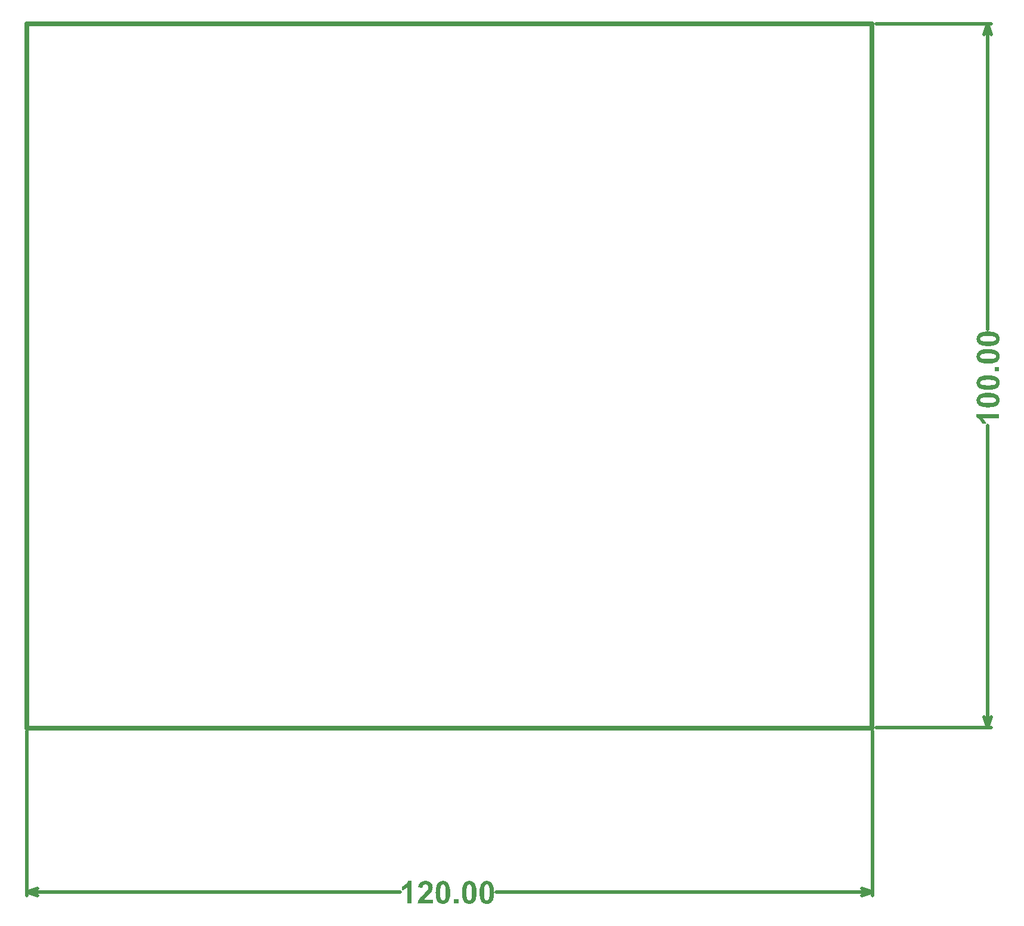
<source format=gm1>
G04*
G04 #@! TF.GenerationSoftware,Altium Limited,Altium Designer,18.1.7 (191)*
G04*
G04 Layer_Color=16711935*
%FSLAX24Y24*%
%MOIN*%
G70*
G01*
G75*
%ADD25C,0.0250*%
%ADD167C,0.0197*%
G36*
X53774Y22165D02*
X53803Y22163D01*
X53838Y22160D01*
X53874Y22156D01*
X53915Y22152D01*
X53956Y22145D01*
X54000Y22136D01*
X54042Y22127D01*
X54084Y22114D01*
X54126Y22101D01*
X54164Y22083D01*
X54201Y22065D01*
X54232Y22043D01*
X54233Y22041D01*
X54237Y22038D01*
X54244Y22032D01*
X54252Y22025D01*
X54261Y22014D01*
X54272Y22001D01*
X54284Y21985D01*
X54295Y21968D01*
X54308Y21948D01*
X54321Y21928D01*
X54332Y21905D01*
X54341Y21879D01*
X54348Y21852D01*
X54355Y21821D01*
X54359Y21790D01*
X54361Y21757D01*
Y21750D01*
X54359Y21739D01*
Y21726D01*
X54357Y21711D01*
X54354Y21693D01*
X54350Y21673D01*
X54343Y21651D01*
X54335Y21628D01*
X54326Y21604D01*
X54315Y21578D01*
X54301Y21555D01*
X54286Y21529D01*
X54266Y21506D01*
X54246Y21482D01*
X54221Y21460D01*
X54219Y21458D01*
X54213Y21455D01*
X54204Y21449D01*
X54193Y21444D01*
X54177Y21434D01*
X54157Y21425D01*
X54131Y21414D01*
X54104Y21405D01*
X54071Y21394D01*
X54035Y21383D01*
X53993Y21374D01*
X53947Y21367D01*
X53896Y21360D01*
X53840Y21354D01*
X53780Y21351D01*
X53714Y21349D01*
X53712D01*
X53710D01*
X53705D01*
X53698D01*
X53679D01*
X53656Y21351D01*
X53627Y21353D01*
X53592Y21356D01*
X53556Y21360D01*
X53516Y21363D01*
X53474Y21371D01*
X53432Y21378D01*
X53388Y21389D01*
X53346Y21400D01*
X53306Y21414D01*
X53268Y21431D01*
X53231Y21449D01*
X53200Y21471D01*
X53198Y21473D01*
X53195Y21476D01*
X53188Y21482D01*
X53180Y21491D01*
X53169Y21500D01*
X53158Y21513D01*
X53147Y21529D01*
X53135Y21546D01*
X53122Y21566D01*
X53111Y21586D01*
X53100Y21609D01*
X53089Y21635D01*
X53082Y21662D01*
X53075Y21693D01*
X53071Y21724D01*
X53069Y21757D01*
Y21775D01*
X53071Y21788D01*
X53073Y21803D01*
X53076Y21821D01*
X53080Y21839D01*
X53086Y21861D01*
X53093Y21885D01*
X53102Y21906D01*
X53111Y21930D01*
X53124Y21954D01*
X53140Y21977D01*
X53157Y22001D01*
X53177Y22023D01*
X53200Y22043D01*
X53202Y22045D01*
X53208Y22049D01*
X53217Y22054D01*
X53229Y22063D01*
X53248Y22072D01*
X53270Y22083D01*
X53293Y22094D01*
X53324Y22105D01*
X53357Y22116D01*
X53395Y22129D01*
X53437Y22138D01*
X53485Y22147D01*
X53536Y22156D01*
X53590Y22161D01*
X53650Y22165D01*
X53716Y22167D01*
X53718D01*
X53720D01*
X53725D01*
X53732D01*
X53751D01*
X53774Y22165D01*
D02*
G37*
G36*
Y21185D02*
X53803Y21183D01*
X53838Y21179D01*
X53874Y21176D01*
X53915Y21172D01*
X53956Y21165D01*
X54000Y21156D01*
X54042Y21147D01*
X54084Y21134D01*
X54126Y21121D01*
X54164Y21103D01*
X54201Y21085D01*
X54232Y21063D01*
X54233Y21061D01*
X54237Y21057D01*
X54244Y21052D01*
X54252Y21045D01*
X54261Y21034D01*
X54272Y21021D01*
X54284Y21005D01*
X54295Y20988D01*
X54308Y20968D01*
X54321Y20948D01*
X54332Y20924D01*
X54341Y20899D01*
X54348Y20872D01*
X54355Y20841D01*
X54359Y20810D01*
X54361Y20777D01*
Y20769D01*
X54359Y20759D01*
Y20746D01*
X54357Y20731D01*
X54354Y20713D01*
X54350Y20693D01*
X54343Y20671D01*
X54335Y20647D01*
X54326Y20624D01*
X54315Y20598D01*
X54301Y20575D01*
X54286Y20549D01*
X54266Y20525D01*
X54246Y20502D01*
X54221Y20480D01*
X54219Y20478D01*
X54213Y20474D01*
X54204Y20469D01*
X54193Y20463D01*
X54177Y20454D01*
X54157Y20445D01*
X54131Y20434D01*
X54104Y20425D01*
X54071Y20414D01*
X54035Y20403D01*
X53993Y20394D01*
X53947Y20387D01*
X53896Y20380D01*
X53840Y20374D01*
X53780Y20370D01*
X53714Y20369D01*
X53712D01*
X53710D01*
X53705D01*
X53698D01*
X53679D01*
X53656Y20370D01*
X53627Y20372D01*
X53592Y20376D01*
X53556Y20380D01*
X53516Y20383D01*
X53474Y20390D01*
X53432Y20398D01*
X53388Y20409D01*
X53346Y20420D01*
X53306Y20434D01*
X53268Y20451D01*
X53231Y20469D01*
X53200Y20491D01*
X53198Y20493D01*
X53195Y20496D01*
X53188Y20502D01*
X53180Y20511D01*
X53169Y20520D01*
X53158Y20533D01*
X53147Y20549D01*
X53135Y20565D01*
X53122Y20585D01*
X53111Y20605D01*
X53100Y20629D01*
X53089Y20655D01*
X53082Y20682D01*
X53075Y20713D01*
X53071Y20744D01*
X53069Y20777D01*
Y20795D01*
X53071Y20808D01*
X53073Y20822D01*
X53076Y20841D01*
X53080Y20859D01*
X53086Y20881D01*
X53093Y20904D01*
X53102Y20926D01*
X53111Y20950D01*
X53124Y20974D01*
X53140Y20997D01*
X53157Y21021D01*
X53177Y21043D01*
X53200Y21063D01*
X53202Y21065D01*
X53208Y21068D01*
X53217Y21074D01*
X53229Y21083D01*
X53248Y21092D01*
X53270Y21103D01*
X53293Y21114D01*
X53324Y21125D01*
X53357Y21136D01*
X53395Y21148D01*
X53437Y21158D01*
X53485Y21167D01*
X53536Y21176D01*
X53590Y21181D01*
X53650Y21185D01*
X53716Y21187D01*
X53718D01*
X53720D01*
X53725D01*
X53732D01*
X53751D01*
X53774Y21185D01*
D02*
G37*
G36*
X54337Y19930D02*
X54095D01*
Y20172D01*
X54337D01*
Y19930D01*
D02*
G37*
G36*
X53774Y19715D02*
X53803Y19713D01*
X53838Y19709D01*
X53874Y19705D01*
X53915Y19702D01*
X53956Y19694D01*
X54000Y19685D01*
X54042Y19676D01*
X54084Y19664D01*
X54126Y19651D01*
X54164Y19633D01*
X54201Y19614D01*
X54232Y19592D01*
X54233Y19591D01*
X54237Y19587D01*
X54244Y19582D01*
X54252Y19574D01*
X54261Y19563D01*
X54272Y19551D01*
X54284Y19534D01*
X54295Y19518D01*
X54308Y19498D01*
X54321Y19478D01*
X54332Y19454D01*
X54341Y19428D01*
X54348Y19401D01*
X54355Y19370D01*
X54359Y19339D01*
X54361Y19306D01*
Y19299D01*
X54359Y19288D01*
Y19275D01*
X54357Y19261D01*
X54354Y19243D01*
X54350Y19223D01*
X54343Y19201D01*
X54335Y19177D01*
X54326Y19153D01*
X54315Y19128D01*
X54301Y19104D01*
X54286Y19079D01*
X54266Y19055D01*
X54246Y19031D01*
X54221Y19009D01*
X54219Y19008D01*
X54213Y19004D01*
X54204Y18998D01*
X54193Y18993D01*
X54177Y18984D01*
X54157Y18975D01*
X54131Y18964D01*
X54104Y18955D01*
X54071Y18944D01*
X54035Y18933D01*
X53993Y18924D01*
X53947Y18916D01*
X53896Y18909D01*
X53840Y18904D01*
X53780Y18900D01*
X53714Y18898D01*
X53712D01*
X53710D01*
X53705D01*
X53698D01*
X53679D01*
X53656Y18900D01*
X53627Y18902D01*
X53592Y18906D01*
X53556Y18909D01*
X53516Y18913D01*
X53474Y18920D01*
X53432Y18927D01*
X53388Y18938D01*
X53346Y18949D01*
X53306Y18964D01*
X53268Y18980D01*
X53231Y18998D01*
X53200Y19020D01*
X53198Y19022D01*
X53195Y19026D01*
X53188Y19031D01*
X53180Y19040D01*
X53169Y19050D01*
X53158Y19062D01*
X53147Y19079D01*
X53135Y19095D01*
X53122Y19115D01*
X53111Y19135D01*
X53100Y19159D01*
X53089Y19184D01*
X53082Y19212D01*
X53075Y19243D01*
X53071Y19274D01*
X53069Y19306D01*
Y19325D01*
X53071Y19337D01*
X53073Y19352D01*
X53076Y19370D01*
X53080Y19388D01*
X53086Y19410D01*
X53093Y19434D01*
X53102Y19456D01*
X53111Y19479D01*
X53124Y19503D01*
X53140Y19527D01*
X53157Y19551D01*
X53177Y19572D01*
X53200Y19592D01*
X53202Y19594D01*
X53208Y19598D01*
X53217Y19603D01*
X53229Y19612D01*
X53248Y19622D01*
X53270Y19633D01*
X53293Y19643D01*
X53324Y19654D01*
X53357Y19665D01*
X53395Y19678D01*
X53437Y19687D01*
X53485Y19696D01*
X53536Y19705D01*
X53590Y19711D01*
X53650Y19715D01*
X53716Y19716D01*
X53718D01*
X53720D01*
X53725D01*
X53732D01*
X53751D01*
X53774Y19715D01*
D02*
G37*
G36*
Y18734D02*
X53803Y18732D01*
X53838Y18729D01*
X53874Y18725D01*
X53915Y18722D01*
X53956Y18714D01*
X54000Y18705D01*
X54042Y18696D01*
X54084Y18683D01*
X54126Y18671D01*
X54164Y18652D01*
X54201Y18634D01*
X54232Y18612D01*
X54233Y18610D01*
X54237Y18607D01*
X54244Y18601D01*
X54252Y18594D01*
X54261Y18583D01*
X54272Y18570D01*
X54284Y18554D01*
X54295Y18538D01*
X54308Y18517D01*
X54321Y18497D01*
X54332Y18474D01*
X54341Y18448D01*
X54348Y18421D01*
X54355Y18390D01*
X54359Y18359D01*
X54361Y18326D01*
Y18319D01*
X54359Y18308D01*
Y18295D01*
X54357Y18281D01*
X54354Y18262D01*
X54350Y18242D01*
X54343Y18220D01*
X54335Y18197D01*
X54326Y18173D01*
X54315Y18148D01*
X54301Y18124D01*
X54286Y18098D01*
X54266Y18075D01*
X54246Y18051D01*
X54221Y18029D01*
X54219Y18027D01*
X54213Y18024D01*
X54204Y18018D01*
X54193Y18013D01*
X54177Y18004D01*
X54157Y17995D01*
X54131Y17984D01*
X54104Y17975D01*
X54071Y17964D01*
X54035Y17953D01*
X53993Y17944D01*
X53947Y17936D01*
X53896Y17929D01*
X53840Y17924D01*
X53780Y17920D01*
X53714Y17918D01*
X53712D01*
X53710D01*
X53705D01*
X53698D01*
X53679D01*
X53656Y17920D01*
X53627Y17922D01*
X53592Y17925D01*
X53556Y17929D01*
X53516Y17933D01*
X53474Y17940D01*
X53432Y17947D01*
X53388Y17958D01*
X53346Y17969D01*
X53306Y17984D01*
X53268Y18000D01*
X53231Y18018D01*
X53200Y18040D01*
X53198Y18042D01*
X53195Y18046D01*
X53188Y18051D01*
X53180Y18060D01*
X53169Y18069D01*
X53158Y18082D01*
X53147Y18098D01*
X53135Y18115D01*
X53122Y18135D01*
X53111Y18155D01*
X53100Y18179D01*
X53089Y18204D01*
X53082Y18231D01*
X53075Y18262D01*
X53071Y18293D01*
X53069Y18326D01*
Y18344D01*
X53071Y18357D01*
X53073Y18372D01*
X53076Y18390D01*
X53080Y18408D01*
X53086Y18430D01*
X53093Y18454D01*
X53102Y18476D01*
X53111Y18499D01*
X53124Y18523D01*
X53140Y18547D01*
X53157Y18570D01*
X53177Y18592D01*
X53200Y18612D01*
X53202Y18614D01*
X53208Y18618D01*
X53217Y18623D01*
X53229Y18632D01*
X53248Y18641D01*
X53270Y18652D01*
X53293Y18663D01*
X53324Y18674D01*
X53357Y18685D01*
X53395Y18698D01*
X53437Y18707D01*
X53485Y18716D01*
X53536Y18725D01*
X53590Y18731D01*
X53650Y18734D01*
X53716Y18736D01*
X53718D01*
X53720D01*
X53725D01*
X53732D01*
X53751D01*
X53774Y18734D01*
D02*
G37*
G36*
X54337Y17313D02*
X53424D01*
X53426Y17311D01*
X53430Y17308D01*
X53435Y17300D01*
X53444Y17289D01*
X53455Y17277D01*
X53466Y17262D01*
X53479Y17244D01*
X53494Y17224D01*
X53508Y17202D01*
X53523Y17178D01*
X53539Y17153D01*
X53554Y17125D01*
X53581Y17067D01*
X53607Y17002D01*
X53388D01*
Y17003D01*
X53386Y17005D01*
X53384Y17011D01*
X53383Y17018D01*
X53373Y17036D01*
X53362Y17062D01*
X53348Y17093D01*
X53328Y17127D01*
X53302Y17166D01*
X53273Y17206D01*
X53271Y17207D01*
X53270Y17211D01*
X53264Y17217D01*
X53257Y17224D01*
X53239Y17244D01*
X53215Y17266D01*
X53186Y17291D01*
X53149Y17317D01*
X53111Y17340D01*
X53069Y17359D01*
Y17555D01*
X54337D01*
Y17313D01*
D02*
G37*
G36*
X24110Y-9835D02*
X23868D01*
Y-9593D01*
X24110D01*
Y-9835D01*
D02*
G37*
G36*
X22303Y-8569D02*
X22319Y-8570D01*
X22338Y-8572D01*
X22358Y-8576D01*
X22380Y-8580D01*
X22427Y-8592D01*
X22474Y-8610D01*
X22500Y-8621D01*
X22522Y-8634D01*
X22545Y-8651D01*
X22565Y-8669D01*
X22567Y-8671D01*
X22571Y-8672D01*
X22574Y-8680D01*
X22582Y-8687D01*
X22591Y-8696D01*
X22600Y-8709D01*
X22609Y-8722D01*
X22620Y-8738D01*
X22638Y-8774D01*
X22656Y-8816D01*
X22664Y-8840D01*
X22667Y-8866D01*
X22671Y-8893D01*
X22673Y-8920D01*
Y-8924D01*
Y-8935D01*
X22671Y-8951D01*
X22669Y-8971D01*
X22666Y-8997D01*
X22660Y-9024D01*
X22653Y-9053D01*
X22642Y-9082D01*
X22640Y-9086D01*
X22636Y-9095D01*
X22629Y-9112D01*
X22618Y-9132D01*
X22605Y-9155D01*
X22589Y-9183D01*
X22569Y-9212D01*
X22545Y-9243D01*
X22544Y-9245D01*
X22536Y-9254D01*
X22525Y-9266D01*
X22509Y-9285D01*
X22487Y-9306D01*
X22460Y-9336D01*
X22427Y-9367D01*
X22387Y-9405D01*
X22385Y-9407D01*
X22381Y-9409D01*
X22376Y-9414D01*
X22369Y-9421D01*
X22349Y-9439D01*
X22325Y-9461D01*
X22301Y-9485D01*
X22278Y-9509D01*
X22256Y-9529D01*
X22248Y-9538D01*
X22241Y-9545D01*
X22239Y-9547D01*
X22236Y-9551D01*
X22230Y-9558D01*
X22223Y-9567D01*
X22206Y-9587D01*
X22192Y-9611D01*
X22673D01*
Y-9835D01*
X21826D01*
Y-9833D01*
Y-9829D01*
X21827Y-9822D01*
X21829Y-9813D01*
X21831Y-9802D01*
X21833Y-9789D01*
X21840Y-9757D01*
X21851Y-9720D01*
X21866Y-9680D01*
X21884Y-9636D01*
X21908Y-9594D01*
Y-9593D01*
X21911Y-9589D01*
X21915Y-9582D01*
X21922Y-9574D01*
X21930Y-9562D01*
X21940Y-9549D01*
X21953Y-9532D01*
X21968Y-9514D01*
X21984Y-9492D01*
X22004Y-9470D01*
X22026Y-9445D01*
X22052Y-9418D01*
X22079Y-9390D01*
X22110Y-9359D01*
X22143Y-9327D01*
X22179Y-9292D01*
X22181Y-9290D01*
X22186Y-9285D01*
X22194Y-9277D01*
X22205Y-9266D01*
X22219Y-9255D01*
X22234Y-9241D01*
X22267Y-9208D01*
X22299Y-9173D01*
X22332Y-9139D01*
X22347Y-9124D01*
X22361Y-9108D01*
X22372Y-9095D01*
X22380Y-9084D01*
X22381Y-9081D01*
X22387Y-9071D01*
X22396Y-9057D01*
X22405Y-9037D01*
X22414Y-9015D01*
X22423Y-8989D01*
X22429Y-8964D01*
X22431Y-8937D01*
Y-8935D01*
Y-8933D01*
Y-8924D01*
X22429Y-8907D01*
X22425Y-8889D01*
X22420Y-8869D01*
X22412Y-8849D01*
X22401Y-8829D01*
X22387Y-8811D01*
X22385Y-8809D01*
X22380Y-8804D01*
X22369Y-8796D01*
X22356Y-8789D01*
X22338Y-8782D01*
X22318Y-8774D01*
X22294Y-8769D01*
X22267Y-8767D01*
X22254D01*
X22239Y-8769D01*
X22223Y-8773D01*
X22203Y-8778D01*
X22183Y-8787D01*
X22163Y-8798D01*
X22144Y-8813D01*
X22143Y-8815D01*
X22137Y-8822D01*
X22130Y-8833D01*
X22123Y-8849D01*
X22114Y-8869D01*
X22106Y-8897D01*
X22099Y-8928D01*
X22095Y-8964D01*
X21855Y-8940D01*
Y-8938D01*
X21857Y-8931D01*
Y-8922D01*
X21860Y-8907D01*
X21862Y-8891D01*
X21868Y-8873D01*
X21873Y-8853D01*
X21878Y-8829D01*
X21897Y-8784D01*
X21919Y-8736D01*
X21933Y-8713D01*
X21950Y-8691D01*
X21968Y-8672D01*
X21988Y-8654D01*
X21990Y-8652D01*
X21993Y-8651D01*
X21999Y-8647D01*
X22008Y-8640D01*
X22019Y-8634D01*
X22033Y-8627D01*
X22048Y-8618D01*
X22066Y-8610D01*
X22086Y-8601D01*
X22108Y-8594D01*
X22155Y-8580D01*
X22212Y-8570D01*
X22241Y-8569D01*
X22272Y-8567D01*
X22290D01*
X22303Y-8569D01*
D02*
G37*
G36*
X21494Y-9835D02*
X21252D01*
Y-8922D01*
X21250Y-8924D01*
X21246Y-8928D01*
X21239Y-8933D01*
X21228Y-8942D01*
X21215Y-8953D01*
X21201Y-8964D01*
X21182Y-8977D01*
X21162Y-8991D01*
X21141Y-9006D01*
X21117Y-9020D01*
X21091Y-9037D01*
X21064Y-9051D01*
X21006Y-9079D01*
X20940Y-9104D01*
Y-8886D01*
X20942D01*
X20944Y-8884D01*
X20949Y-8882D01*
X20957Y-8880D01*
X20975Y-8871D01*
X21000Y-8860D01*
X21031Y-8846D01*
X21066Y-8825D01*
X21104Y-8800D01*
X21144Y-8771D01*
X21146Y-8769D01*
X21150Y-8767D01*
X21155Y-8762D01*
X21162Y-8754D01*
X21182Y-8736D01*
X21204Y-8713D01*
X21230Y-8683D01*
X21255Y-8647D01*
X21279Y-8609D01*
X21297Y-8567D01*
X21494D01*
Y-9835D01*
D02*
G37*
G36*
X25727Y-8569D02*
X25741Y-8570D01*
X25759Y-8574D01*
X25778Y-8578D01*
X25799Y-8583D01*
X25823Y-8590D01*
X25845Y-8600D01*
X25869Y-8609D01*
X25892Y-8621D01*
X25916Y-8638D01*
X25940Y-8654D01*
X25962Y-8674D01*
X25982Y-8698D01*
X25983Y-8700D01*
X25987Y-8705D01*
X25993Y-8714D01*
X26002Y-8727D01*
X26011Y-8745D01*
X26022Y-8767D01*
X26033Y-8791D01*
X26044Y-8822D01*
X26054Y-8855D01*
X26067Y-8893D01*
X26076Y-8935D01*
X26085Y-8982D01*
X26095Y-9033D01*
X26100Y-9088D01*
X26104Y-9148D01*
X26106Y-9214D01*
Y-9215D01*
Y-9217D01*
Y-9223D01*
Y-9230D01*
Y-9248D01*
X26104Y-9272D01*
X26102Y-9301D01*
X26098Y-9336D01*
X26095Y-9372D01*
X26091Y-9412D01*
X26084Y-9454D01*
X26075Y-9498D01*
X26065Y-9540D01*
X26053Y-9582D01*
X26040Y-9624D01*
X26022Y-9662D01*
X26003Y-9698D01*
X25982Y-9729D01*
X25980Y-9731D01*
X25976Y-9735D01*
X25971Y-9742D01*
X25963Y-9749D01*
X25952Y-9758D01*
X25940Y-9769D01*
X25923Y-9782D01*
X25907Y-9793D01*
X25887Y-9806D01*
X25867Y-9818D01*
X25843Y-9829D01*
X25818Y-9839D01*
X25790Y-9846D01*
X25759Y-9853D01*
X25728Y-9857D01*
X25696Y-9859D01*
X25688D01*
X25677Y-9857D01*
X25665D01*
X25650Y-9855D01*
X25632Y-9851D01*
X25612Y-9848D01*
X25590Y-9840D01*
X25566Y-9833D01*
X25543Y-9824D01*
X25517Y-9813D01*
X25493Y-9798D01*
X25468Y-9784D01*
X25444Y-9764D01*
X25420Y-9744D01*
X25399Y-9718D01*
X25397Y-9716D01*
X25393Y-9711D01*
X25388Y-9702D01*
X25382Y-9691D01*
X25373Y-9675D01*
X25364Y-9654D01*
X25353Y-9629D01*
X25344Y-9602D01*
X25333Y-9569D01*
X25322Y-9532D01*
X25313Y-9491D01*
X25306Y-9445D01*
X25298Y-9394D01*
X25293Y-9337D01*
X25289Y-9277D01*
X25287Y-9212D01*
Y-9210D01*
Y-9208D01*
Y-9203D01*
Y-9195D01*
Y-9177D01*
X25289Y-9153D01*
X25291Y-9124D01*
X25295Y-9090D01*
X25298Y-9053D01*
X25302Y-9013D01*
X25309Y-8971D01*
X25317Y-8929D01*
X25328Y-8886D01*
X25338Y-8844D01*
X25353Y-8804D01*
X25369Y-8765D01*
X25388Y-8729D01*
X25410Y-8698D01*
X25411Y-8696D01*
X25415Y-8692D01*
X25420Y-8685D01*
X25430Y-8678D01*
X25439Y-8667D01*
X25451Y-8656D01*
X25468Y-8645D01*
X25484Y-8632D01*
X25504Y-8620D01*
X25524Y-8609D01*
X25548Y-8598D01*
X25573Y-8587D01*
X25601Y-8580D01*
X25632Y-8572D01*
X25663Y-8569D01*
X25696Y-8567D01*
X25714D01*
X25727Y-8569D01*
D02*
G37*
G36*
X24746D02*
X24761Y-8570D01*
X24779Y-8574D01*
X24797Y-8578D01*
X24819Y-8583D01*
X24843Y-8590D01*
X24865Y-8600D01*
X24888Y-8609D01*
X24912Y-8621D01*
X24936Y-8638D01*
X24959Y-8654D01*
X24981Y-8674D01*
X25001Y-8698D01*
X25003Y-8700D01*
X25007Y-8705D01*
X25012Y-8714D01*
X25021Y-8727D01*
X25031Y-8745D01*
X25041Y-8767D01*
X25052Y-8791D01*
X25063Y-8822D01*
X25074Y-8855D01*
X25087Y-8893D01*
X25096Y-8935D01*
X25105Y-8982D01*
X25114Y-9033D01*
X25120Y-9088D01*
X25123Y-9148D01*
X25125Y-9214D01*
Y-9215D01*
Y-9217D01*
Y-9223D01*
Y-9230D01*
Y-9248D01*
X25123Y-9272D01*
X25122Y-9301D01*
X25118Y-9336D01*
X25114Y-9372D01*
X25111Y-9412D01*
X25103Y-9454D01*
X25094Y-9498D01*
X25085Y-9540D01*
X25072Y-9582D01*
X25060Y-9624D01*
X25041Y-9662D01*
X25023Y-9698D01*
X25001Y-9729D01*
X25000Y-9731D01*
X24996Y-9735D01*
X24990Y-9742D01*
X24983Y-9749D01*
X24972Y-9758D01*
X24959Y-9769D01*
X24943Y-9782D01*
X24927Y-9793D01*
X24907Y-9806D01*
X24887Y-9818D01*
X24863Y-9829D01*
X24837Y-9839D01*
X24810Y-9846D01*
X24779Y-9853D01*
X24748Y-9857D01*
X24715Y-9859D01*
X24708D01*
X24697Y-9857D01*
X24684D01*
X24670Y-9855D01*
X24652Y-9851D01*
X24632Y-9848D01*
X24610Y-9840D01*
X24586Y-9833D01*
X24562Y-9824D01*
X24537Y-9813D01*
X24513Y-9798D01*
X24488Y-9784D01*
X24464Y-9764D01*
X24440Y-9744D01*
X24418Y-9718D01*
X24417Y-9716D01*
X24413Y-9711D01*
X24407Y-9702D01*
X24402Y-9691D01*
X24393Y-9675D01*
X24384Y-9654D01*
X24373Y-9629D01*
X24364Y-9602D01*
X24353Y-9569D01*
X24342Y-9532D01*
X24333Y-9491D01*
X24325Y-9445D01*
X24318Y-9394D01*
X24313Y-9337D01*
X24309Y-9277D01*
X24307Y-9212D01*
Y-9210D01*
Y-9208D01*
Y-9203D01*
Y-9195D01*
Y-9177D01*
X24309Y-9153D01*
X24311Y-9124D01*
X24314Y-9090D01*
X24318Y-9053D01*
X24322Y-9013D01*
X24329Y-8971D01*
X24336Y-8929D01*
X24347Y-8886D01*
X24358Y-8844D01*
X24373Y-8804D01*
X24389Y-8765D01*
X24407Y-8729D01*
X24429Y-8698D01*
X24431Y-8696D01*
X24435Y-8692D01*
X24440Y-8685D01*
X24449Y-8678D01*
X24458Y-8667D01*
X24471Y-8656D01*
X24488Y-8645D01*
X24504Y-8632D01*
X24524Y-8620D01*
X24544Y-8609D01*
X24568Y-8598D01*
X24593Y-8587D01*
X24621Y-8580D01*
X24652Y-8572D01*
X24683Y-8569D01*
X24715Y-8567D01*
X24734D01*
X24746Y-8569D01*
D02*
G37*
G36*
X23276D02*
X23291Y-8570D01*
X23309Y-8574D01*
X23327Y-8578D01*
X23349Y-8583D01*
X23373Y-8590D01*
X23394Y-8600D01*
X23418Y-8609D01*
X23442Y-8621D01*
X23465Y-8638D01*
X23489Y-8654D01*
X23511Y-8674D01*
X23531Y-8698D01*
X23533Y-8700D01*
X23537Y-8705D01*
X23542Y-8714D01*
X23551Y-8727D01*
X23560Y-8745D01*
X23571Y-8767D01*
X23582Y-8791D01*
X23593Y-8822D01*
X23604Y-8855D01*
X23617Y-8893D01*
X23626Y-8935D01*
X23635Y-8982D01*
X23644Y-9033D01*
X23649Y-9088D01*
X23653Y-9148D01*
X23655Y-9214D01*
Y-9215D01*
Y-9217D01*
Y-9223D01*
Y-9230D01*
Y-9248D01*
X23653Y-9272D01*
X23651Y-9301D01*
X23648Y-9336D01*
X23644Y-9372D01*
X23640Y-9412D01*
X23633Y-9454D01*
X23624Y-9498D01*
X23615Y-9540D01*
X23602Y-9582D01*
X23589Y-9624D01*
X23571Y-9662D01*
X23553Y-9698D01*
X23531Y-9729D01*
X23529Y-9731D01*
X23526Y-9735D01*
X23520Y-9742D01*
X23513Y-9749D01*
X23502Y-9758D01*
X23489Y-9769D01*
X23473Y-9782D01*
X23456Y-9793D01*
X23436Y-9806D01*
X23416Y-9818D01*
X23393Y-9829D01*
X23367Y-9839D01*
X23340Y-9846D01*
X23309Y-9853D01*
X23278Y-9857D01*
X23245Y-9859D01*
X23238D01*
X23227Y-9857D01*
X23214D01*
X23199Y-9855D01*
X23181Y-9851D01*
X23161Y-9848D01*
X23139Y-9840D01*
X23116Y-9833D01*
X23092Y-9824D01*
X23066Y-9813D01*
X23043Y-9798D01*
X23017Y-9784D01*
X22994Y-9764D01*
X22970Y-9744D01*
X22948Y-9718D01*
X22946Y-9716D01*
X22943Y-9711D01*
X22937Y-9702D01*
X22932Y-9691D01*
X22922Y-9675D01*
X22913Y-9654D01*
X22902Y-9629D01*
X22893Y-9602D01*
X22882Y-9569D01*
X22871Y-9532D01*
X22862Y-9491D01*
X22855Y-9445D01*
X22848Y-9394D01*
X22842Y-9337D01*
X22839Y-9277D01*
X22837Y-9212D01*
Y-9210D01*
Y-9208D01*
Y-9203D01*
Y-9195D01*
Y-9177D01*
X22839Y-9153D01*
X22840Y-9124D01*
X22844Y-9090D01*
X22848Y-9053D01*
X22851Y-9013D01*
X22859Y-8971D01*
X22866Y-8929D01*
X22877Y-8886D01*
X22888Y-8844D01*
X22902Y-8804D01*
X22919Y-8765D01*
X22937Y-8729D01*
X22959Y-8698D01*
X22961Y-8696D01*
X22964Y-8692D01*
X22970Y-8685D01*
X22979Y-8678D01*
X22988Y-8667D01*
X23001Y-8656D01*
X23017Y-8645D01*
X23034Y-8632D01*
X23054Y-8620D01*
X23074Y-8609D01*
X23097Y-8598D01*
X23123Y-8587D01*
X23150Y-8580D01*
X23181Y-8572D01*
X23212Y-8569D01*
X23245Y-8567D01*
X23263D01*
X23276Y-8569D01*
D02*
G37*
%LPC*%
G36*
X53756Y21912D02*
X53716D01*
X53714D01*
X53707D01*
X53694D01*
X53679D01*
X53661D01*
X53641Y21910D01*
X53618D01*
X53594Y21908D01*
X53543Y21906D01*
X53494Y21903D01*
X53470Y21899D01*
X53446Y21895D01*
X53426Y21892D01*
X53410Y21888D01*
X53408D01*
X53406Y21886D01*
X53397Y21885D01*
X53383Y21879D01*
X53364Y21874D01*
X53346Y21864D01*
X53328Y21855D01*
X53311Y21844D01*
X53299Y21834D01*
X53297Y21832D01*
X53293Y21828D01*
X53290Y21821D01*
X53284Y21812D01*
X53279Y21801D01*
X53273Y21788D01*
X53271Y21773D01*
X53270Y21757D01*
Y21750D01*
X53271Y21741D01*
X53273Y21731D01*
X53277Y21719D01*
X53282Y21706D01*
X53290Y21691D01*
X53299Y21679D01*
X53301Y21677D01*
X53304Y21673D01*
X53311Y21668D01*
X53321Y21660D01*
X53335Y21651D01*
X53352Y21644D01*
X53373Y21635D01*
X53399Y21628D01*
X53401D01*
X53403Y21626D01*
X53410D01*
X53417Y21624D01*
X53428Y21622D01*
X53441Y21620D01*
X53455Y21619D01*
X53474Y21617D01*
X53495Y21613D01*
X53517Y21611D01*
X53545Y21609D01*
X53572Y21608D01*
X53605Y21606D01*
X53638D01*
X53676Y21604D01*
X53716D01*
X53718D01*
X53725D01*
X53738D01*
X53752D01*
X53771D01*
X53791Y21606D01*
X53814D01*
X53838Y21608D01*
X53889Y21609D01*
X53940Y21613D01*
X53964Y21615D01*
X53986Y21619D01*
X54006Y21622D01*
X54024Y21626D01*
X54028Y21628D01*
X54037Y21629D01*
X54051Y21635D01*
X54068Y21640D01*
X54086Y21649D01*
X54104Y21659D01*
X54120Y21670D01*
X54133Y21680D01*
X54135Y21682D01*
X54137Y21686D01*
X54142Y21693D01*
X54146Y21702D01*
X54151Y21713D01*
X54157Y21726D01*
X54159Y21741D01*
X54160Y21757D01*
Y21764D01*
X54159Y21773D01*
X54157Y21783D01*
X54153Y21795D01*
X54150Y21808D01*
X54142Y21821D01*
X54133Y21834D01*
X54131Y21835D01*
X54128Y21839D01*
X54120Y21846D01*
X54109Y21854D01*
X54097Y21861D01*
X54079Y21870D01*
X54058Y21879D01*
X54033Y21886D01*
X54031D01*
X54029Y21888D01*
X54022D01*
X54015Y21890D01*
X54004Y21892D01*
X53991Y21894D01*
X53976Y21897D01*
X53958Y21899D01*
X53938Y21901D01*
X53915Y21905D01*
X53889Y21906D01*
X53860Y21908D01*
X53829Y21910D01*
X53794D01*
X53756Y21912D01*
D02*
G37*
G36*
Y20932D02*
X53716D01*
X53714D01*
X53707D01*
X53694D01*
X53679D01*
X53661D01*
X53641Y20930D01*
X53618D01*
X53594Y20928D01*
X53543Y20926D01*
X53494Y20923D01*
X53470Y20919D01*
X53446Y20915D01*
X53426Y20912D01*
X53410Y20908D01*
X53408D01*
X53406Y20906D01*
X53397Y20904D01*
X53383Y20899D01*
X53364Y20893D01*
X53346Y20884D01*
X53328Y20875D01*
X53311Y20864D01*
X53299Y20853D01*
X53297Y20851D01*
X53293Y20848D01*
X53290Y20841D01*
X53284Y20831D01*
X53279Y20820D01*
X53273Y20808D01*
X53271Y20793D01*
X53270Y20777D01*
Y20769D01*
X53271Y20760D01*
X53273Y20751D01*
X53277Y20738D01*
X53282Y20726D01*
X53290Y20711D01*
X53299Y20698D01*
X53301Y20697D01*
X53304Y20693D01*
X53311Y20687D01*
X53321Y20680D01*
X53335Y20671D01*
X53352Y20664D01*
X53373Y20655D01*
X53399Y20647D01*
X53401D01*
X53403Y20646D01*
X53410D01*
X53417Y20644D01*
X53428Y20642D01*
X53441Y20640D01*
X53455Y20638D01*
X53474Y20636D01*
X53495Y20633D01*
X53517Y20631D01*
X53545Y20629D01*
X53572Y20627D01*
X53605Y20626D01*
X53638D01*
X53676Y20624D01*
X53716D01*
X53718D01*
X53725D01*
X53738D01*
X53752D01*
X53771D01*
X53791Y20626D01*
X53814D01*
X53838Y20627D01*
X53889Y20629D01*
X53940Y20633D01*
X53964Y20635D01*
X53986Y20638D01*
X54006Y20642D01*
X54024Y20646D01*
X54028Y20647D01*
X54037Y20649D01*
X54051Y20655D01*
X54068Y20660D01*
X54086Y20669D01*
X54104Y20678D01*
X54120Y20689D01*
X54133Y20700D01*
X54135Y20702D01*
X54137Y20706D01*
X54142Y20713D01*
X54146Y20722D01*
X54151Y20733D01*
X54157Y20746D01*
X54159Y20760D01*
X54160Y20777D01*
Y20784D01*
X54159Y20793D01*
X54157Y20802D01*
X54153Y20815D01*
X54150Y20828D01*
X54142Y20841D01*
X54133Y20853D01*
X54131Y20855D01*
X54128Y20859D01*
X54120Y20866D01*
X54109Y20873D01*
X54097Y20881D01*
X54079Y20890D01*
X54058Y20899D01*
X54033Y20906D01*
X54031D01*
X54029Y20908D01*
X54022D01*
X54015Y20910D01*
X54004Y20912D01*
X53991Y20913D01*
X53976Y20917D01*
X53958Y20919D01*
X53938Y20921D01*
X53915Y20924D01*
X53889Y20926D01*
X53860Y20928D01*
X53829Y20930D01*
X53794D01*
X53756Y20932D01*
D02*
G37*
G36*
Y19461D02*
X53716D01*
X53714D01*
X53707D01*
X53694D01*
X53679D01*
X53661D01*
X53641Y19459D01*
X53618D01*
X53594Y19458D01*
X53543Y19456D01*
X53494Y19452D01*
X53470Y19449D01*
X53446Y19445D01*
X53426Y19441D01*
X53410Y19438D01*
X53408D01*
X53406Y19436D01*
X53397Y19434D01*
X53383Y19428D01*
X53364Y19423D01*
X53346Y19414D01*
X53328Y19405D01*
X53311Y19394D01*
X53299Y19383D01*
X53297Y19381D01*
X53293Y19377D01*
X53290Y19370D01*
X53284Y19361D01*
X53279Y19350D01*
X53273Y19337D01*
X53271Y19323D01*
X53270Y19306D01*
Y19299D01*
X53271Y19290D01*
X53273Y19281D01*
X53277Y19268D01*
X53282Y19255D01*
X53290Y19241D01*
X53299Y19228D01*
X53301Y19226D01*
X53304Y19223D01*
X53311Y19217D01*
X53321Y19210D01*
X53335Y19201D01*
X53352Y19193D01*
X53373Y19184D01*
X53399Y19177D01*
X53401D01*
X53403Y19175D01*
X53410D01*
X53417Y19173D01*
X53428Y19172D01*
X53441Y19170D01*
X53455Y19168D01*
X53474Y19166D01*
X53495Y19162D01*
X53517Y19161D01*
X53545Y19159D01*
X53572Y19157D01*
X53605Y19155D01*
X53638D01*
X53676Y19153D01*
X53716D01*
X53718D01*
X53725D01*
X53738D01*
X53752D01*
X53771D01*
X53791Y19155D01*
X53814D01*
X53838Y19157D01*
X53889Y19159D01*
X53940Y19162D01*
X53964Y19164D01*
X53986Y19168D01*
X54006Y19172D01*
X54024Y19175D01*
X54028Y19177D01*
X54037Y19179D01*
X54051Y19184D01*
X54068Y19190D01*
X54086Y19199D01*
X54104Y19208D01*
X54120Y19219D01*
X54133Y19230D01*
X54135Y19232D01*
X54137Y19235D01*
X54142Y19243D01*
X54146Y19252D01*
X54151Y19263D01*
X54157Y19275D01*
X54159Y19290D01*
X54160Y19306D01*
Y19314D01*
X54159Y19323D01*
X54157Y19332D01*
X54153Y19345D01*
X54150Y19357D01*
X54142Y19370D01*
X54133Y19383D01*
X54131Y19385D01*
X54128Y19388D01*
X54120Y19396D01*
X54109Y19403D01*
X54097Y19410D01*
X54079Y19419D01*
X54058Y19428D01*
X54033Y19436D01*
X54031D01*
X54029Y19438D01*
X54022D01*
X54015Y19439D01*
X54004Y19441D01*
X53991Y19443D01*
X53976Y19447D01*
X53958Y19449D01*
X53938Y19450D01*
X53915Y19454D01*
X53889Y19456D01*
X53860Y19458D01*
X53829Y19459D01*
X53794D01*
X53756Y19461D01*
D02*
G37*
G36*
Y18481D02*
X53716D01*
X53714D01*
X53707D01*
X53694D01*
X53679D01*
X53661D01*
X53641Y18479D01*
X53618D01*
X53594Y18477D01*
X53543Y18476D01*
X53494Y18472D01*
X53470Y18468D01*
X53446Y18465D01*
X53426Y18461D01*
X53410Y18457D01*
X53408D01*
X53406Y18456D01*
X53397Y18454D01*
X53383Y18448D01*
X53364Y18443D01*
X53346Y18434D01*
X53328Y18425D01*
X53311Y18414D01*
X53299Y18403D01*
X53297Y18401D01*
X53293Y18397D01*
X53290Y18390D01*
X53284Y18381D01*
X53279Y18370D01*
X53273Y18357D01*
X53271Y18343D01*
X53270Y18326D01*
Y18319D01*
X53271Y18310D01*
X53273Y18301D01*
X53277Y18288D01*
X53282Y18275D01*
X53290Y18261D01*
X53299Y18248D01*
X53301Y18246D01*
X53304Y18242D01*
X53311Y18237D01*
X53321Y18230D01*
X53335Y18220D01*
X53352Y18213D01*
X53373Y18204D01*
X53399Y18197D01*
X53401D01*
X53403Y18195D01*
X53410D01*
X53417Y18193D01*
X53428Y18191D01*
X53441Y18190D01*
X53455Y18188D01*
X53474Y18186D01*
X53495Y18182D01*
X53517Y18180D01*
X53545Y18179D01*
X53572Y18177D01*
X53605Y18175D01*
X53638D01*
X53676Y18173D01*
X53716D01*
X53718D01*
X53725D01*
X53738D01*
X53752D01*
X53771D01*
X53791Y18175D01*
X53814D01*
X53838Y18177D01*
X53889Y18179D01*
X53940Y18182D01*
X53964Y18184D01*
X53986Y18188D01*
X54006Y18191D01*
X54024Y18195D01*
X54028Y18197D01*
X54037Y18199D01*
X54051Y18204D01*
X54068Y18210D01*
X54086Y18219D01*
X54104Y18228D01*
X54120Y18239D01*
X54133Y18250D01*
X54135Y18251D01*
X54137Y18255D01*
X54142Y18262D01*
X54146Y18271D01*
X54151Y18282D01*
X54157Y18295D01*
X54159Y18310D01*
X54160Y18326D01*
Y18333D01*
X54159Y18343D01*
X54157Y18352D01*
X54153Y18364D01*
X54150Y18377D01*
X54142Y18390D01*
X54133Y18403D01*
X54131Y18405D01*
X54128Y18408D01*
X54120Y18415D01*
X54109Y18423D01*
X54097Y18430D01*
X54079Y18439D01*
X54058Y18448D01*
X54033Y18456D01*
X54031D01*
X54029Y18457D01*
X54022D01*
X54015Y18459D01*
X54004Y18461D01*
X53991Y18463D01*
X53976Y18466D01*
X53958Y18468D01*
X53938Y18470D01*
X53915Y18474D01*
X53889Y18476D01*
X53860Y18477D01*
X53829Y18479D01*
X53794D01*
X53756Y18481D01*
D02*
G37*
G36*
X25696Y-8767D02*
X25688D01*
X25679Y-8769D01*
X25670Y-8771D01*
X25657Y-8774D01*
X25645Y-8780D01*
X25630Y-8787D01*
X25617Y-8796D01*
X25615Y-8798D01*
X25612Y-8802D01*
X25606Y-8809D01*
X25599Y-8818D01*
X25590Y-8833D01*
X25583Y-8849D01*
X25573Y-8871D01*
X25566Y-8897D01*
Y-8898D01*
X25564Y-8900D01*
Y-8907D01*
X25563Y-8915D01*
X25561Y-8926D01*
X25559Y-8938D01*
X25557Y-8953D01*
X25555Y-8971D01*
X25552Y-8993D01*
X25550Y-9015D01*
X25548Y-9042D01*
X25546Y-9070D01*
X25544Y-9102D01*
Y-9135D01*
X25543Y-9173D01*
Y-9214D01*
Y-9215D01*
Y-9223D01*
Y-9235D01*
Y-9250D01*
Y-9268D01*
X25544Y-9288D01*
Y-9312D01*
X25546Y-9336D01*
X25548Y-9387D01*
X25552Y-9438D01*
X25553Y-9461D01*
X25557Y-9483D01*
X25561Y-9503D01*
X25564Y-9521D01*
X25566Y-9525D01*
X25568Y-9534D01*
X25573Y-9549D01*
X25579Y-9565D01*
X25588Y-9583D01*
X25597Y-9602D01*
X25608Y-9618D01*
X25619Y-9631D01*
X25621Y-9633D01*
X25625Y-9634D01*
X25632Y-9640D01*
X25641Y-9644D01*
X25652Y-9649D01*
X25665Y-9654D01*
X25679Y-9656D01*
X25696Y-9658D01*
X25703D01*
X25712Y-9656D01*
X25721Y-9654D01*
X25734Y-9651D01*
X25747Y-9647D01*
X25759Y-9640D01*
X25772Y-9631D01*
X25774Y-9629D01*
X25778Y-9625D01*
X25785Y-9618D01*
X25792Y-9607D01*
X25799Y-9594D01*
X25809Y-9576D01*
X25818Y-9556D01*
X25825Y-9531D01*
Y-9529D01*
X25827Y-9527D01*
Y-9520D01*
X25829Y-9512D01*
X25830Y-9501D01*
X25832Y-9489D01*
X25836Y-9474D01*
X25838Y-9456D01*
X25840Y-9436D01*
X25843Y-9412D01*
X25845Y-9387D01*
X25847Y-9358D01*
X25849Y-9327D01*
Y-9292D01*
X25850Y-9254D01*
Y-9214D01*
Y-9212D01*
Y-9204D01*
Y-9192D01*
Y-9177D01*
Y-9159D01*
X25849Y-9139D01*
Y-9115D01*
X25847Y-9092D01*
X25845Y-9040D01*
X25841Y-8991D01*
X25838Y-8968D01*
X25834Y-8944D01*
X25830Y-8924D01*
X25827Y-8907D01*
Y-8906D01*
X25825Y-8904D01*
X25823Y-8895D01*
X25818Y-8880D01*
X25812Y-8862D01*
X25803Y-8844D01*
X25794Y-8825D01*
X25783Y-8809D01*
X25772Y-8796D01*
X25770Y-8795D01*
X25767Y-8791D01*
X25759Y-8787D01*
X25750Y-8782D01*
X25739Y-8776D01*
X25727Y-8771D01*
X25712Y-8769D01*
X25696Y-8767D01*
D02*
G37*
G36*
X24715D02*
X24708D01*
X24699Y-8769D01*
X24690Y-8771D01*
X24677Y-8774D01*
X24664Y-8780D01*
X24650Y-8787D01*
X24637Y-8796D01*
X24635Y-8798D01*
X24632Y-8802D01*
X24626Y-8809D01*
X24619Y-8818D01*
X24610Y-8833D01*
X24602Y-8849D01*
X24593Y-8871D01*
X24586Y-8897D01*
Y-8898D01*
X24584Y-8900D01*
Y-8907D01*
X24582Y-8915D01*
X24581Y-8926D01*
X24579Y-8938D01*
X24577Y-8953D01*
X24575Y-8971D01*
X24571Y-8993D01*
X24570Y-9015D01*
X24568Y-9042D01*
X24566Y-9070D01*
X24564Y-9102D01*
Y-9135D01*
X24562Y-9173D01*
Y-9214D01*
Y-9215D01*
Y-9223D01*
Y-9235D01*
Y-9250D01*
Y-9268D01*
X24564Y-9288D01*
Y-9312D01*
X24566Y-9336D01*
X24568Y-9387D01*
X24571Y-9438D01*
X24573Y-9461D01*
X24577Y-9483D01*
X24581Y-9503D01*
X24584Y-9521D01*
X24586Y-9525D01*
X24588Y-9534D01*
X24593Y-9549D01*
X24599Y-9565D01*
X24608Y-9583D01*
X24617Y-9602D01*
X24628Y-9618D01*
X24639Y-9631D01*
X24641Y-9633D01*
X24644Y-9634D01*
X24652Y-9640D01*
X24661Y-9644D01*
X24672Y-9649D01*
X24684Y-9654D01*
X24699Y-9656D01*
X24715Y-9658D01*
X24723D01*
X24732Y-9656D01*
X24741Y-9654D01*
X24754Y-9651D01*
X24766Y-9647D01*
X24779Y-9640D01*
X24792Y-9631D01*
X24794Y-9629D01*
X24797Y-9625D01*
X24805Y-9618D01*
X24812Y-9607D01*
X24819Y-9594D01*
X24828Y-9576D01*
X24837Y-9556D01*
X24845Y-9531D01*
Y-9529D01*
X24847Y-9527D01*
Y-9520D01*
X24848Y-9512D01*
X24850Y-9501D01*
X24852Y-9489D01*
X24856Y-9474D01*
X24857Y-9456D01*
X24859Y-9436D01*
X24863Y-9412D01*
X24865Y-9387D01*
X24867Y-9358D01*
X24868Y-9327D01*
Y-9292D01*
X24870Y-9254D01*
Y-9214D01*
Y-9212D01*
Y-9204D01*
Y-9192D01*
Y-9177D01*
Y-9159D01*
X24868Y-9139D01*
Y-9115D01*
X24867Y-9092D01*
X24865Y-9040D01*
X24861Y-8991D01*
X24857Y-8968D01*
X24854Y-8944D01*
X24850Y-8924D01*
X24847Y-8907D01*
Y-8906D01*
X24845Y-8904D01*
X24843Y-8895D01*
X24837Y-8880D01*
X24832Y-8862D01*
X24823Y-8844D01*
X24814Y-8825D01*
X24803Y-8809D01*
X24792Y-8796D01*
X24790Y-8795D01*
X24786Y-8791D01*
X24779Y-8787D01*
X24770Y-8782D01*
X24759Y-8776D01*
X24746Y-8771D01*
X24732Y-8769D01*
X24715Y-8767D01*
D02*
G37*
G36*
X23245D02*
X23238D01*
X23229Y-8769D01*
X23219Y-8771D01*
X23207Y-8774D01*
X23194Y-8780D01*
X23179Y-8787D01*
X23167Y-8796D01*
X23165Y-8798D01*
X23161Y-8802D01*
X23156Y-8809D01*
X23148Y-8818D01*
X23139Y-8833D01*
X23132Y-8849D01*
X23123Y-8871D01*
X23116Y-8897D01*
Y-8898D01*
X23114Y-8900D01*
Y-8907D01*
X23112Y-8915D01*
X23110Y-8926D01*
X23108Y-8938D01*
X23107Y-8953D01*
X23105Y-8971D01*
X23101Y-8993D01*
X23099Y-9015D01*
X23097Y-9042D01*
X23096Y-9070D01*
X23094Y-9102D01*
Y-9135D01*
X23092Y-9173D01*
Y-9214D01*
Y-9215D01*
Y-9223D01*
Y-9235D01*
Y-9250D01*
Y-9268D01*
X23094Y-9288D01*
Y-9312D01*
X23096Y-9336D01*
X23097Y-9387D01*
X23101Y-9438D01*
X23103Y-9461D01*
X23107Y-9483D01*
X23110Y-9503D01*
X23114Y-9521D01*
X23116Y-9525D01*
X23117Y-9534D01*
X23123Y-9549D01*
X23128Y-9565D01*
X23137Y-9583D01*
X23147Y-9602D01*
X23158Y-9618D01*
X23168Y-9631D01*
X23170Y-9633D01*
X23174Y-9634D01*
X23181Y-9640D01*
X23190Y-9644D01*
X23201Y-9649D01*
X23214Y-9654D01*
X23229Y-9656D01*
X23245Y-9658D01*
X23252D01*
X23261Y-9656D01*
X23270Y-9654D01*
X23283Y-9651D01*
X23296Y-9647D01*
X23309Y-9640D01*
X23321Y-9631D01*
X23323Y-9629D01*
X23327Y-9625D01*
X23334Y-9618D01*
X23342Y-9607D01*
X23349Y-9594D01*
X23358Y-9576D01*
X23367Y-9556D01*
X23374Y-9531D01*
Y-9529D01*
X23376Y-9527D01*
Y-9520D01*
X23378Y-9512D01*
X23380Y-9501D01*
X23382Y-9489D01*
X23385Y-9474D01*
X23387Y-9456D01*
X23389Y-9436D01*
X23393Y-9412D01*
X23394Y-9387D01*
X23396Y-9358D01*
X23398Y-9327D01*
Y-9292D01*
X23400Y-9254D01*
Y-9214D01*
Y-9212D01*
Y-9204D01*
Y-9192D01*
Y-9177D01*
Y-9159D01*
X23398Y-9139D01*
Y-9115D01*
X23396Y-9092D01*
X23394Y-9040D01*
X23391Y-8991D01*
X23387Y-8968D01*
X23383Y-8944D01*
X23380Y-8924D01*
X23376Y-8907D01*
Y-8906D01*
X23374Y-8904D01*
X23373Y-8895D01*
X23367Y-8880D01*
X23362Y-8862D01*
X23352Y-8844D01*
X23343Y-8825D01*
X23332Y-8809D01*
X23321Y-8796D01*
X23320Y-8795D01*
X23316Y-8791D01*
X23309Y-8787D01*
X23300Y-8782D01*
X23289Y-8776D01*
X23276Y-8771D01*
X23261Y-8769D01*
X23245Y-8767D01*
D02*
G37*
%LPD*%
D25*
X-24Y-25D02*
X47219D01*
Y39367D01*
X-24D02*
X47219D01*
X-24D02*
X-24Y-25D01*
D167*
X53691Y39369D02*
X53891Y38769D01*
X53491D02*
X53691Y39369D01*
X53491Y600D02*
X53691Y0D01*
X53891Y600D01*
X53691Y22267D02*
Y39369D01*
Y0D02*
Y16902D01*
X47443Y39369D02*
X53888D01*
X47443Y0D02*
X53888D01*
X0Y-9189D02*
X600Y-8989D01*
X0Y-9189D02*
X600Y-9389D01*
X46646D02*
X47246Y-9189D01*
X46646Y-8989D02*
X47246Y-9189D01*
X0D02*
X20840D01*
X26206D02*
X47246D01*
X0Y-9386D02*
Y-197D01*
X47246Y-9386D02*
Y-197D01*
M02*

</source>
